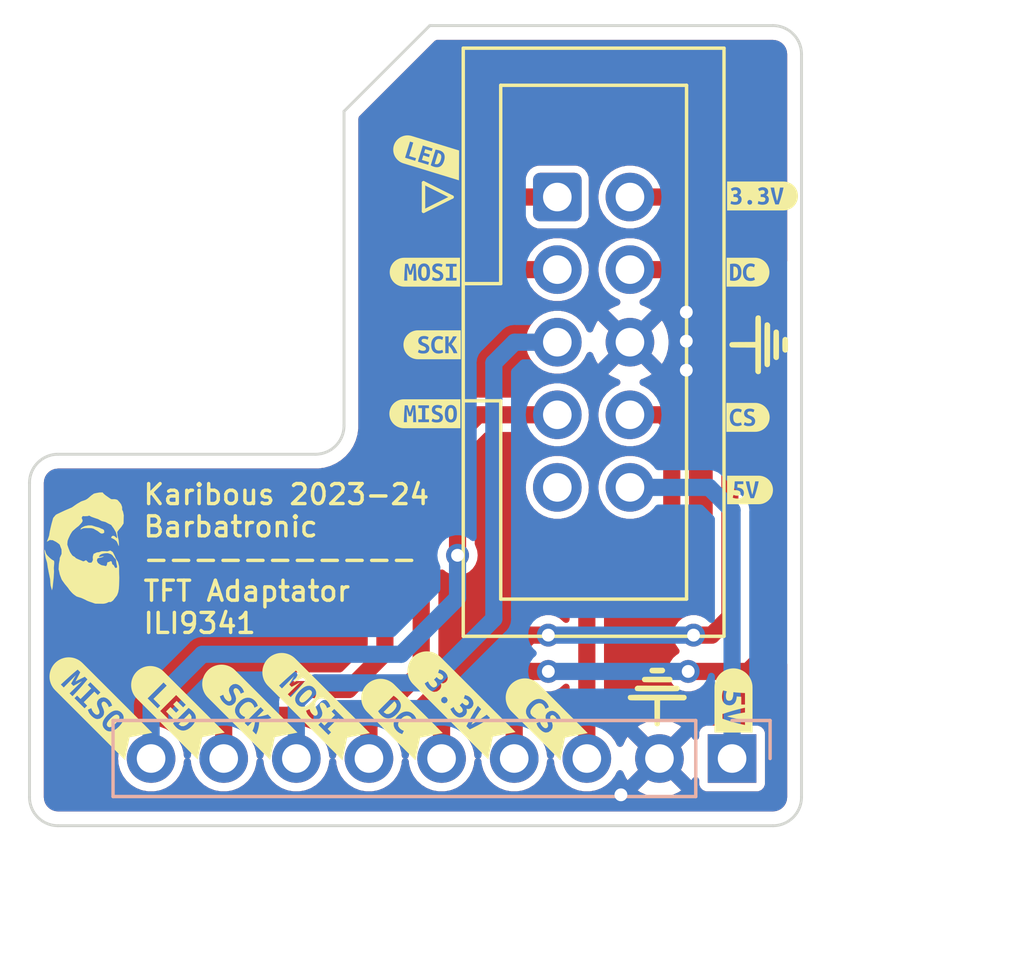
<source format=kicad_pcb>
(kicad_pcb (version 20221018) (generator pcbnew)
  (layers (0 "F.Cu" signal "Front") (31 "B.Cu" signal "Back") (34 "B.Paste" user) (35 "F.Paste" user) (36 "B.SilkS" user "B.Silkscreen") (37 "F.SilkS" user "F.Silkscreen") (38 "B.Mask" user) (39 "F.Mask" user) (44 "Edge.Cuts" user))
  (net 0 "")
  (net 1 "TFT_LED")
  (net 2 "+3V3")
  (net 3 "TFT_MOSI")
  (net 4 "TFT_DC")
  (net 5 "TFT_SCK")
  (net 6 "GND")
  (net 7 "TFT_MISO")
  (net 8 "TFT_CS")
  (net 10 "+5V")
  (footprint "kibuzzard-64E9CBF9" (layer "F.Cu") (at 150.622 102.616 -90)
    (fp_text reference "kibuzzard-64E9CBF9" hide)
    (fp_text value "G***" hide)
  )
  (footprint "kibuzzard-64E9CE87" (layer "F.Cu") (at 139.827 87.63)
    (fp_text reference "kibuzzard-64E9CE87" hide)
    (fp_text value "G***" hide)
  )
  (footprint "kibuzzard-64E9C890" (layer "F.Cu") (at 138.888262 103.144924 -45)
    (fp_text reference "kibuzzard-64E9C890" hide)
    (fp_text value "G***" hide)
  )
  (footprint "kibuzzard-64E9C89C" (layer "F.Cu") (at 133.566512 102.889637 -45)
    (fp_text reference "kibuzzard-64E9C89C" hide)
    (fp_text value "G***" hide)
  )
  (footprint "kibuzzard-64E9C866" (layer "F.Cu") (at 143.948625 103.138267 -45)
    (fp_text reference "kibuzzard-64E9C866" hide)
    (fp_text value "G***" hide)
  )
  (footprint "kibuzzard-64E9CFC9" (layer "F.Cu") (at 128.356971 102.764304 -45)
    (fp_text reference "kibuzzard-64E9CFC9" hide)
    (fp_text value "G***" hide)
  )
  (footprint "kibuzzard-64E9C897" (layer "F.Cu") (at 135.883732 102.693262 -45)
    (fp_text reference "kibuzzard-64E9C897" hide)
    (fp_text value "G***" hide)
  )
  (footprint "kibuzzard-64E9C8A2" (layer "F.Cu") (at 131.052918 102.909274 -45)
    (fp_text reference "kibuzzard-64E9C8A2" hide)
    (fp_text value "G***" hide)
  )
  (footprint "kibuzzard-64E9CDE3" (layer "F.Cu") (at 151.2 95.25)
    (fp_text reference "kibuzzard-64E9CDE3" hide)
    (fp_text value "G***" hide)
  )
  (footprint "kibuzzard-64933136" (layer "F.Cu") (at 140.970278 102.64733 -45)
    (fp_text reference "kibuzzard-64933136" hide)
    (fp_text value "G***" hide)
  )
  (footprint "kibuzzard-64E9CE93" (layer "F.Cu") (at 139.827 92.583)
    (fp_text reference "kibuzzard-64E9CE93" hide)
    (fp_text value "G***" hide)
  )
  (footprint "LOGO" (layer "F.Cu") (at 127.889 97.282)
    (fp_text reference "G***" hide)
    (fp_text value "LOGO" hide)
  )
  (footprint "LOGO" (layer "F.Cu") (at 151.511 90.17 90)
    (fp_text reference "G***" hide)
    (fp_text value "LOGO" hide)
  )
  (footprint "kibuzzard-64E9CDBF" (layer "F.Cu") (at 151.13 92.71)
    (fp_text reference "kibuzzard-64E9CDBF" hide)
    (fp_text value "G***" hide)
  )
  (footprint "Connector_IDC:IDC-Header_2x05_P2.54mm_Vertical" (layer "F.Cu") (at 144.46 85)
    (fp_text reference "Con-TFT1" hide)
    (fp_text value "Conn_02x05_Odd_Even" hide)
    (pad "1" thru_hole roundrect (at 0 0) (size 1.7 1.7) (drill 1) (layers "*.Cu" "*.Mask") (roundrect_rratio 0.147059) (net 1 "TFT_LED"))
    (pad "2" thru_hole circle (at 2.54 0) (size 1.7 1.7) (drill 1) (layers "*.Cu" "*.Mask") (net 2 "+3V3"))
    (pad "3" thru_hole circle (at 0 2.54) (size 1.7 1.7) (drill 1) (layers "*.Cu" "*.Mask") (net 3 "TFT_MOSI"))
    (pad "4" thru_hole circle (at 2.54 2.54) (size 1.7 1.7) (drill 1) (layers "*.Cu" "*.Mask") (net 4 "TFT_DC"))
    (pad "5" thru_hole circle (at 0 5.08) (size 1.7 1.7) (drill 1) (layers "*.Cu" "*.Mask") (net 5 "TFT_SCK"))
    (pad "6" thru_hole circle (at 2.54 5.08) (size 1.7 1.7) (drill 1) (layers "*.Cu" "*.Mask") (net 6 "GND"))
    (pad "7" thru_hole circle (at 0 7.62) (size 1.7 1.7) (drill 1) (layers "*.Cu" "*.Mask") (net 7 "TFT_MISO"))
    (pad "8" thru_hole circle (at 2.54 7.62) (size 1.7 1.7) (drill 1) (layers "*.Cu" "*.Mask") (net 8 "TFT_CS"))
    (pad "9" thru_hole circle (at 0 10.16) (size 1.7 1.7) (drill 1) (layers "*.Cu" "*.Mask"))
    (pad "10" thru_hole circle (at 2.54 10.16) (size 1.7 1.7) (drill 1) (layers "*.Cu" "*.Mask") (net 10 "+5V"))
  )
  (footprint "kibuzzard-64E9CDD4" (layer "F.Cu") (at 151.638 84.963)
    (fp_text reference "kibuzzard-64E9CDD4" hide)
    (fp_text value "G***" hide)
  )
  (footprint "kibuzzard-64E9CE8E" (layer "F.Cu") (at 140.081 90.17)
    (fp_text reference "kibuzzard-64E9CE8E" hide)
    (fp_text value "G***" hide)
  )
  (footprint "kibuzzard-64E9CDB6" (layer "F.Cu") (at 151.13 87.63)
    (fp_text reference "kibuzzard-64E9CDB6" hide)
    (fp_text value "G***" hide)
  )
  (footprint "kibuzzard-64E9CEBE" (layer "F.Cu") (at 139.954 83.566 -17)
    (fp_text reference "kibuzzard-64E9CEBE" hide)
    (fp_text value "G***" hide)
  )
  (footprint "LOGO" (layer "F.Cu") (at 147.955 102.489 180)
    (fp_text reference "G***" hide)
    (fp_text value "LOGO" hide)
  )
  (footprint "Connector_PinSocket_2.54mm:PinSocket_1x09_P2.54mm_Vertical" (layer "B.Cu") (at 150.572 104.648 90)
    (fp_text reference "J1" hide)
    (fp_text value "Conn_01x09")
    (pad "1" thru_hole rect (at 0 0 90) (size 1.7 1.7) (drill 1) (layers "*.Cu" "*.Mask") (net 10 "+5V"))
    (pad "2" thru_hole oval (at 0 -2.54 90) (size 1.7 1.7) (drill 1) (layers "*.Cu" "*.Mask") (net 6 "GND"))
    (pad "3" thru_hole oval (at 0 -5.08 90) (size 1.7 1.7) (drill 1) (layers "*.Cu" "*.Mask") (net 8 "TFT_CS"))
    (pad "4" thru_hole oval (at 0 -7.62 90) (size 1.7 1.7) (drill 1) (layers "*.Cu" "*.Mask") (net 2 "+3V3"))
    (pad "5" thru_hole oval (at 0 -10.16 90) (size 1.7 1.7) (drill 1) (layers "*.Cu" "*.Mask") (net 4 "TFT_DC"))
    (pad "6" thru_hole oval (at 0 -12.7 90) (size 1.7 1.7) (drill 1) (layers "*.Cu" "*.Mask") (net 3 "TFT_MOSI"))
    (pad "7" thru_hole oval (at 0 -15.24 90) (size 1.7 1.7) (drill 1) (layers "*.Cu" "*.Mask") (net 5 "TFT_SCK"))
    (pad "8" thru_hole oval (at 0 -17.78 90) (size 1.7 1.7) (drill 1) (layers "*.Cu" "*.Mask") (net 1 "TFT_LED"))
    (pad "9" thru_hole oval (at 0 -20.32 90) (size 1.7 1.7) (drill 1) (layers "*.Cu" "*.Mask") (net 7 "TFT_MISO"))
  )
  (gr_line locked (start 126 95) (end 126 106) (stroke (width 0.1)) (layer "Edge.Cuts"))
  (gr_line locked (start 127 107) (end 152 107) (stroke (width 0.1)) (layer "Edge.Cuts"))
  (gr_line locked (start 137 93) (end 137 82) (stroke (width 0.1)) (layer "Edge.Cuts"))
  (gr_arc locked (start 137 93) (mid 136.707107 93.707107) (end 136 94) (stroke (width 0.1)) (layer "Edge.Cuts"))
  (gr_arc locked (start 126 95) (mid 126.292893 94.292893) (end 127 94) (stroke (width 0.1)) (layer "Edge.Cuts"))
  (gr_line locked (start 137 82) (end 140 79) (stroke (width 0.1)) (layer "Edge.Cuts"))
  (gr_line locked (start 152 79) (end 140 79) (stroke (width 0.1)) (layer "Edge.Cuts"))
  (gr_arc locked (start 127 107) (mid 126.292893 106.707107) (end 126 106) (stroke (width 0.1)) (layer "Edge.Cuts"))
  (gr_line locked (start 136 94) (end 127 94) (stroke (width 0.1)) (layer "Edge.Cuts"))
  (gr_line locked (start 153 106) (end 153 80) (stroke (width 0.1)) (layer "Edge.Cuts"))
  (gr_arc locked (start 152 79) (mid 152.707107 79.292893) (end 153 80) (stroke (width 0.1)) (layer "Edge.Cuts"))
  (gr_arc locked (start 153 106) (mid 152.707107 106.707107) (end 152 107) (stroke (width 0.1)) (layer "Edge.Cuts"))
  (gr_text "Karibous 2023-24\nBarbatronic\n-----------\nTFT Adaptator\nILI9341" (at 129.921 97.663) (layer "F.SilkS") (effects (font (size 0.7 0.7) (thickness 0.12)) (justify left)))
  (segment (start 137.16 102.235) (end 133.35 102.235) (width 0.6) (layer "F.Cu") (net 1))
  (segment (start 138.43 100.965) (end 137.16 102.235) (width 0.6) (layer "F.Cu") (net 1))
  (segment (start 133.35 102.235) (end 132.792 102.793) (width 0.6) (layer "F.Cu") (net 1))
  (segment (start 142.965 85) (end 138.43 89.535) (width 0.6) (layer "F.Cu") (net 1))
  (segment (start 138.43 89.535) (end 138.43 100.965) (width 0.6) (layer "F.Cu") (net 1))
  (segment (start 144.46 85) (end 142.965 85) (width 0.6) (layer "F.Cu") (net 1))
  (segment (start 132.792 102.793) (end 132.792 104.648) (width 0.6) (layer "F.Cu") (net 1))
  (segment (start 151.13 101.6) (end 151.765 100.965) (width 0.6) (layer "F.Cu") (net 2))
  (segment (start 149.135 85) (end 147 85) (width 0.6) (layer "F.Cu") (net 2))
  (segment (start 144.145 101.6) (end 143.51 101.6) (width 0.6) (layer "F.Cu") (net 2))
  (segment (start 142.952 102.158) (end 142.952 104.648) (width 0.6) (layer "F.Cu") (net 2))
  (segment (start 151.765 87.63) (end 149.135 85) (width 0.6) (layer "F.Cu") (net 2))
  (segment (start 143.51 101.6) (end 142.952 102.158) (width 0.6) (layer "F.Cu") (net 2))
  (segment (start 149.0375 101.6) (end 151.13 101.6) (width 0.6) (layer "F.Cu") (net 2))
  (segment (start 151.765 100.965) (end 151.765 87.63) (width 0.6) (layer "F.Cu") (net 2))
  (via (at 149.0375 101.6) (size 0.8) (drill 0.45) (layers "F.Cu" "B.Cu") (net 2))
  (via (at 144.145 101.6) (size 0.8) (drill 0.45) (layers "F.Cu" "B.Cu") (net 2))
  (segment (start 149.0375 101.6) (end 144.145 101.6) (width 0.6) (layer "B.Cu") (net 2))
  (segment (start 139.7 90.17) (end 139.7 101.6) (width 0.6) (layer "F.Cu") (net 3))
  (segment (start 139.7 101.6) (end 137.872 103.428) (width 0.6) (layer "F.Cu") (net 3))
  (segment (start 137.872 103.428) (end 137.872 104.648) (width 0.6) (layer "F.Cu") (net 3))
  (segment (start 142.33 87.54) (end 139.7 90.17) (width 0.6) (layer "F.Cu") (net 3))
  (segment (start 144.46 87.54) (end 142.33 87.54) (width 0.6) (layer "F.Cu") (net 3))
  (segment (start 150.495 99.695) (end 150.495 88.495) (width 0.6) (layer "F.Cu") (net 4))
  (segment (start 150.495 88.495) (end 149.54 87.54) (width 0.6) (layer "F.Cu") (net 4))
  (segment (start 149.86 100.33) (end 150.495 99.695) (width 0.6) (layer "F.Cu") (net 4))
  (segment (start 149.225 100.33) (end 149.86 100.33) (width 0.6) (layer "F.Cu") (net 4))
  (segment (start 140.412 103.428) (end 143.51 100.33) (width 0.6) (layer "F.Cu") (net 4))
  (segment (start 143.51 100.33) (end 144.145 100.33) (width 0.6) (layer "F.Cu") (net 4))
  (segment (start 149.54 87.54) (end 147 87.54) (width 0.6) (layer "F.Cu") (net 4))
  (segment (start 140.412 104.648) (end 140.412 103.428) (width 0.6) (layer "F.Cu") (net 4))
  (via (at 149.225 100.33) (size 0.8) (drill 0.45) (layers "F.Cu" "B.Cu") (net 4))
  (via (at 144.145 100.33) (size 0.8) (drill 0.45) (layers "F.Cu" "B.Cu") (net 4))
  (segment (start 144.145 100.33) (end 149.225 100.33) (width 0.6) (layer "B.Cu") (net 4))
  (segment (start 142.965 90.08) (end 142.24 90.805) (width 0.6) (layer "B.Cu") (net 5))
  (segment (start 136 102) (end 135.332 102.668) (width 0.6) (layer "B.Cu") (net 5))
  (segment (start 142.24 99.76) (end 140 102) (width 0.6) (layer "B.Cu") (net 5))
  (segment (start 144.46 90.08) (end 142.965 90.08) (width 0.6) (layer "B.Cu") (net 5))
  (segment (start 135.332 102.668) (end 135.332 104.648) (width 0.6) (layer "B.Cu") (net 5))
  (segment (start 140 102) (end 136 102) (width 0.6) (layer "B.Cu") (net 5))
  (segment (start 142.24 90.805) (end 142.24 99.76) (width 0.6) (layer "B.Cu") (net 5))
  (via (at 148.971 90.043) (size 0.8) (drill 0.45) (layers "F.Cu" "B.Cu") (net 6))
  (via (at 148.971 91.059) (size 0.8) (drill 0.45) (layers "F.Cu" "B.Cu") (net 6))
  (via (at 148.971 89.027) (size 0.8) (drill 0.45) (layers "F.Cu" "B.Cu") (net 6))
  (via (at 146.685 105.918) (size 0.8) (drill 0.45) (layers "F.Cu" "B.Cu") (net 6))
  (segment (start 140.97 93.345) (end 141.695 92.62) (width 0.6) (layer "F.Cu") (net 7))
  (segment (start 140.97 97.536) (end 140.97 93.345) (width 0.6) (layer "F.Cu") (net 7))
  (segment (start 141.695 92.62) (end 144.46 92.62) (width 0.6) (layer "F.Cu") (net 7))
  (via (at 140.97 97.536) (size 0.8) (drill 0.45) (layers "F.Cu" "B.Cu") (net 7))
  (segment (start 140.97 97.536) (end 140.97 99.03) (width 0.6) (layer "B.Cu") (net 7))
  (segment (start 140.97 99.03) (end 139 101) (width 0.6) (layer "B.Cu") (net 7))
  (segment (start 130.252 102.793) (end 130.252 104.648) (width 0.6) (layer "B.Cu") (net 7))
  (segment (start 132.045 101) (end 130.252 102.793) (width 0.6) (layer "B.Cu") (net 7))
  (segment (start 139 101) (end 132.045 101) (width 0.6) (layer "B.Cu") (net 7))
  (segment (start 145.492 104.648) (end 145.492 97.713) (width 0.6) (layer "F.Cu") (net 8))
  (segment (start 148.463 92.964) (end 148.119 92.62) (width 0.6) (layer "F.Cu") (net 8))
  (segment (start 145.492 97.713) (end 146.05 97.155) (width 0.6) (layer "F.Cu") (net 8))
  (segment (start 148.082 97.155) (end 148.463 96.774) (width 0.6) (layer "F.Cu") (net 8))
  (segment (start 148.463 96.774) (end 148.463 92.964) (width 0.6) (layer "F.Cu") (net 8))
  (segment (start 148.119 92.62) (end 147 92.62) (width 0.6) (layer "F.Cu") (net 8))
  (segment (start 146.05 97.155) (end 148.082 97.155) (width 0.6) (layer "F.Cu") (net 8))
  (segment (start 149.77 95.16) (end 150.572 95.962) (width 0.6) (layer "B.Cu") (net 10))
  (segment (start 147 95.16) (end 149.77 95.16) (width 0.6) (layer "B.Cu") (net 10))
  (segment (start 150.572 95.962) (end 150.572 104.648) (width 0.6) (layer "B.Cu") (net 10))
  (zone (net 6) (net_name "GND") (layers "F&B.Cu") (connect_pads (clearance 0.3)) (min_thickness 0.25) (fill yes (thermal_gap 0.5) (thermal_bridge_width 0.5))
    (polygon (pts (xy 124.968 78.105) (xy 154.178 78.105) (xy 154.178 107.823) (xy 124.968 107.823)))
  )
)
</source>
